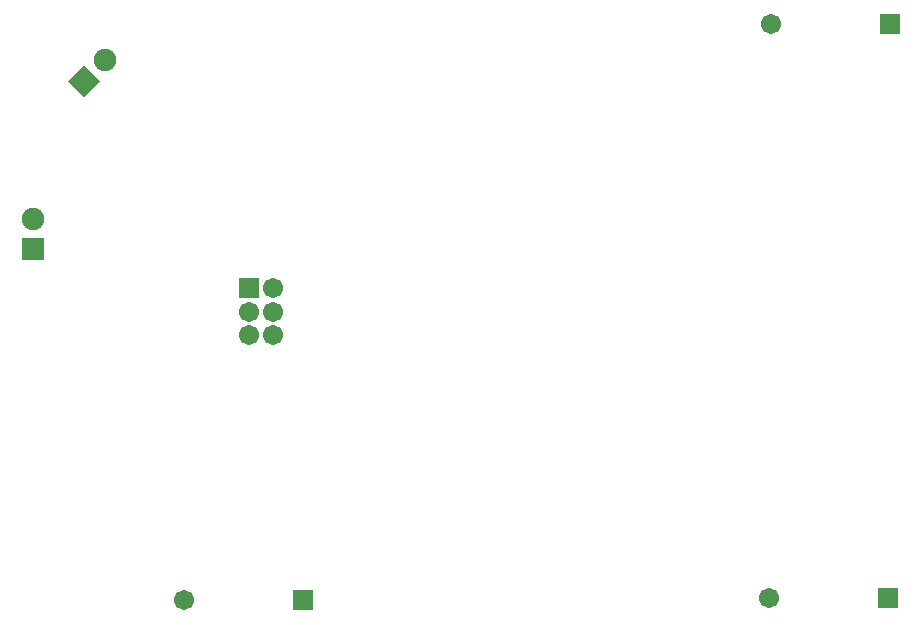
<source format=gbs>
G04 DipTrace 2.4.0.2*
%INBottomMask.gbs*%
%MOMM*%
%ADD67R,1.904X1.904*%
%ADD71C,1.904*%
%ADD75C,1.704*%
%ADD79R,1.704X1.704*%
%FSLAX53Y53*%
G04*
G71*
G90*
G75*
G01*
%LNBotMask*%
%LPD*%
D79*
X79383Y91926D3*
D75*
X69283D3*
D79*
X29689Y43185D3*
D75*
X19589D3*
G36*
X9766Y87154D2*
X11112Y88500D1*
X12459Y87154D1*
X11112Y85807D1*
X9766Y87154D1*
G37*
D71*
X12909Y88950D3*
D79*
X25102Y69587D3*
D75*
Y67587D3*
Y65587D3*
X27102D3*
Y67587D3*
Y69587D3*
D67*
X6826Y72866D3*
D71*
Y75406D3*
D79*
X79225Y43343D3*
D75*
X69125D3*
M02*

</source>
